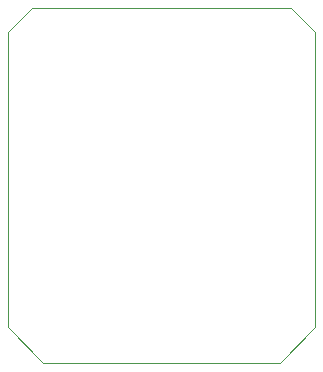
<source format=gbr>
G04 #@! TF.GenerationSoftware,KiCad,Pcbnew,5.1.5-52549c5~84~ubuntu18.04.1*
G04 #@! TF.CreationDate,2020-03-28T18:13:44-07:00*
G04 #@! TF.ProjectId,somos_wristband_2.0,736f6d6f-735f-4777-9269-737462616e64,rev?*
G04 #@! TF.SameCoordinates,Original*
G04 #@! TF.FileFunction,Profile,NP*
%FSLAX46Y46*%
G04 Gerber Fmt 4.6, Leading zero omitted, Abs format (unit mm)*
G04 Created by KiCad (PCBNEW 5.1.5-52549c5~84~ubuntu18.04.1) date 2020-03-28 18:13:44*
%MOMM*%
%LPD*%
G04 APERTURE LIST*
%ADD10C,0.050000*%
G04 APERTURE END LIST*
D10*
X137000000Y-127000000D02*
X140000000Y-130000000D01*
X137000000Y-102000000D02*
X137000000Y-127000000D01*
X139000000Y-100000000D02*
X137000000Y-102000000D01*
X161000000Y-100000000D02*
X139000000Y-100000000D01*
X163000000Y-102000000D02*
X161000000Y-100000000D01*
X163000000Y-127000000D02*
X163000000Y-102000000D01*
X160000000Y-130000000D02*
X163000000Y-127000000D01*
X140000000Y-130000000D02*
X160000000Y-130000000D01*
M02*

</source>
